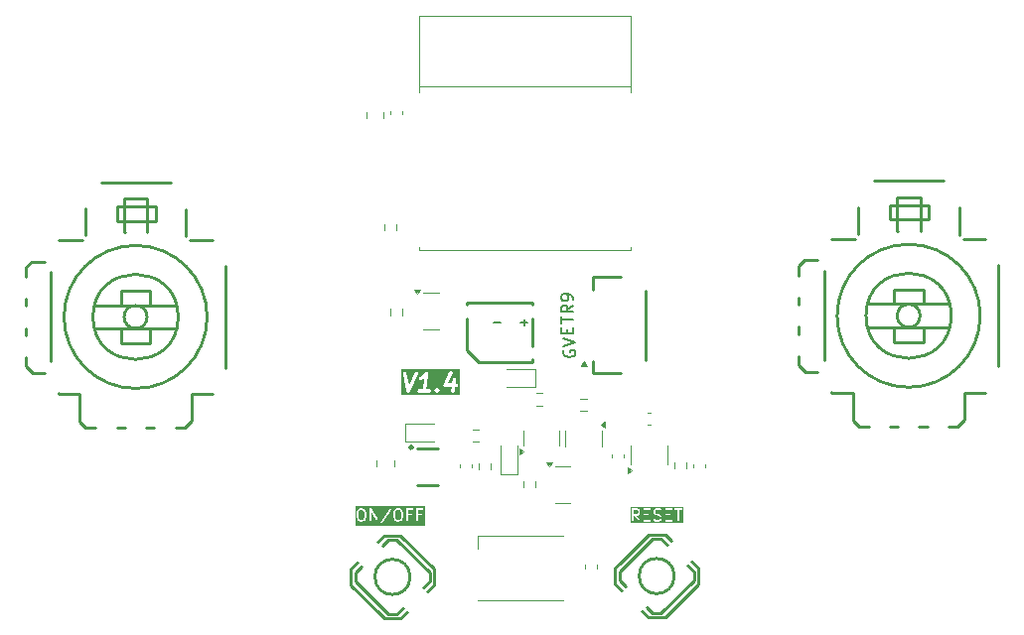
<source format=gbr>
%TF.GenerationSoftware,KiCad,Pcbnew,8.0.2*%
%TF.CreationDate,2024-07-05T22:45:24+08:00*%
%TF.ProjectId,controller,636f6e74-726f-46c6-9c65-722e6b696361,rev?*%
%TF.SameCoordinates,Original*%
%TF.FileFunction,Legend,Top*%
%TF.FilePolarity,Positive*%
%FSLAX46Y46*%
G04 Gerber Fmt 4.6, Leading zero omitted, Abs format (unit mm)*
G04 Created by KiCad (PCBNEW 8.0.2) date 2024-07-05 22:45:24*
%MOMM*%
%LPD*%
G01*
G04 APERTURE LIST*
%ADD10C,0.150000*%
%ADD11C,0.300000*%
%ADD12C,0.187500*%
%ADD13C,0.120000*%
%ADD14C,0.254000*%
G04 APERTURE END LIST*
D10*
X126469819Y-81406077D02*
X126469819Y-80834649D01*
X127469819Y-81120363D02*
X126469819Y-81120363D01*
D11*
G36*
X117807581Y-87517495D02*
G01*
X112802135Y-87517495D01*
X112802135Y-85702184D01*
X112968802Y-85702184D01*
X112971949Y-85731421D01*
X113283601Y-87213647D01*
X113283195Y-87224621D01*
X113289449Y-87241460D01*
X113293239Y-87259482D01*
X113299624Y-87268854D01*
X113303573Y-87279484D01*
X113315950Y-87292815D01*
X113326194Y-87307849D01*
X113335678Y-87314063D01*
X113343396Y-87322375D01*
X113359936Y-87329956D01*
X113375149Y-87339923D01*
X113386288Y-87342034D01*
X113396601Y-87346761D01*
X113414781Y-87347434D01*
X113432652Y-87350822D01*
X113443755Y-87348508D01*
X113455089Y-87348929D01*
X113472141Y-87342595D01*
X113489950Y-87338885D01*
X113499321Y-87332499D01*
X113509952Y-87328551D01*
X113523286Y-87316170D01*
X113538317Y-87305929D01*
X113544529Y-87296446D01*
X113552843Y-87288728D01*
X113567656Y-87263326D01*
X113609523Y-87171564D01*
X114212749Y-87171564D01*
X114212749Y-87230092D01*
X114235147Y-87284164D01*
X114276531Y-87325548D01*
X114330603Y-87347946D01*
X114359867Y-87350828D01*
X114791116Y-87349425D01*
X114799229Y-87350440D01*
X114803057Y-87349387D01*
X115246274Y-87347946D01*
X115300346Y-87325548D01*
X115341730Y-87284164D01*
X115364128Y-87230092D01*
X115364128Y-87171564D01*
X115354704Y-87148813D01*
X115648629Y-87148813D01*
X115648820Y-87149377D01*
X115648785Y-87149974D01*
X115658182Y-87177061D01*
X115667379Y-87204255D01*
X115667840Y-87204900D01*
X115667968Y-87205268D01*
X115668658Y-87206045D01*
X115684481Y-87228176D01*
X115752253Y-87302095D01*
X115761705Y-87314248D01*
X115765235Y-87316255D01*
X115768421Y-87319730D01*
X115768954Y-87319993D01*
X115769351Y-87320440D01*
X115791341Y-87331101D01*
X115812581Y-87343180D01*
X115816943Y-87343725D01*
X115820884Y-87345674D01*
X115821480Y-87345713D01*
X115822015Y-87345973D01*
X115846397Y-87347407D01*
X115870657Y-87350440D01*
X115874894Y-87349274D01*
X115879280Y-87349567D01*
X115879847Y-87349375D01*
X115880440Y-87349410D01*
X115903528Y-87341400D01*
X115927090Y-87334921D01*
X115930556Y-87332224D01*
X115934722Y-87330816D01*
X115935170Y-87330423D01*
X115935734Y-87330228D01*
X115959521Y-87312940D01*
X116053932Y-87225390D01*
X116059125Y-87220847D01*
X116059373Y-87220345D01*
X116059836Y-87219916D01*
X116072397Y-87194007D01*
X116085069Y-87168384D01*
X116085108Y-87167791D01*
X116085370Y-87167252D01*
X116087062Y-87138477D01*
X116088962Y-87109988D01*
X116088771Y-87109425D01*
X116088807Y-87108827D01*
X116079369Y-87081624D01*
X116070212Y-87054546D01*
X116069752Y-87053903D01*
X116069624Y-87053533D01*
X116068928Y-87052750D01*
X116053111Y-87030624D01*
X115985341Y-86956707D01*
X115975886Y-86944550D01*
X115972353Y-86942541D01*
X115969171Y-86939070D01*
X115968635Y-86938805D01*
X115968239Y-86938359D01*
X115946259Y-86927702D01*
X115925010Y-86915619D01*
X115920647Y-86915073D01*
X115916709Y-86913126D01*
X115916111Y-86913086D01*
X115915575Y-86912826D01*
X115891194Y-86911391D01*
X115866934Y-86908359D01*
X115862696Y-86909524D01*
X115858312Y-86909232D01*
X115857744Y-86909423D01*
X115857150Y-86909389D01*
X115834069Y-86917396D01*
X115810501Y-86923877D01*
X115807031Y-86926575D01*
X115802870Y-86927983D01*
X115802421Y-86928375D01*
X115801855Y-86928572D01*
X115778069Y-86945860D01*
X115683692Y-87033379D01*
X115678465Y-87037953D01*
X115678215Y-87038458D01*
X115677755Y-87038885D01*
X115665268Y-87064638D01*
X115652521Y-87090416D01*
X115652481Y-87091012D01*
X115652221Y-87091549D01*
X115650536Y-87120194D01*
X115648629Y-87148813D01*
X115354704Y-87148813D01*
X115341730Y-87117492D01*
X115300346Y-87076108D01*
X115246274Y-87053710D01*
X115217010Y-87050828D01*
X114957932Y-87051670D01*
X114998192Y-86724621D01*
X116417123Y-86724621D01*
X116418106Y-86727267D01*
X116418106Y-86730092D01*
X116428261Y-86754609D01*
X116437501Y-86779484D01*
X116439422Y-86781553D01*
X116440504Y-86784164D01*
X116459268Y-86802928D01*
X116477324Y-86822375D01*
X116479892Y-86823552D01*
X116481888Y-86825548D01*
X116506395Y-86835699D01*
X116530529Y-86846761D01*
X116533351Y-86846865D01*
X116535960Y-86847946D01*
X116565224Y-86850828D01*
X117111679Y-86849183D01*
X117067398Y-87211618D01*
X117082917Y-87268051D01*
X117118848Y-87314248D01*
X117169724Y-87343180D01*
X117227800Y-87350440D01*
X117284233Y-87334921D01*
X117330430Y-87298990D01*
X117359362Y-87248114D01*
X117365852Y-87219433D01*
X117411198Y-86848282D01*
X117523060Y-86847946D01*
X117577132Y-86825548D01*
X117618516Y-86784164D01*
X117640914Y-86730092D01*
X117640914Y-86671564D01*
X117618516Y-86617492D01*
X117577132Y-86576108D01*
X117523060Y-86553710D01*
X117493796Y-86550828D01*
X117447524Y-86550967D01*
X117491622Y-86190038D01*
X117476103Y-86133605D01*
X117440172Y-86087408D01*
X117389296Y-86058476D01*
X117331220Y-86051217D01*
X117274787Y-86066735D01*
X117228590Y-86102666D01*
X117199658Y-86153542D01*
X117193168Y-86182223D01*
X117148005Y-86551868D01*
X116797411Y-86552923D01*
X117202229Y-85664095D01*
X117204397Y-85605607D01*
X117184019Y-85550744D01*
X117144196Y-85507853D01*
X117090991Y-85483467D01*
X117032503Y-85481299D01*
X116977640Y-85501677D01*
X116934749Y-85541500D01*
X116919936Y-85566902D01*
X116442231Y-86615764D01*
X116440504Y-86617492D01*
X116431053Y-86640307D01*
X116419291Y-86666133D01*
X116419186Y-86668955D01*
X116418106Y-86671564D01*
X116418106Y-86698101D01*
X116417123Y-86724621D01*
X114998192Y-86724621D01*
X115120661Y-85729757D01*
X115125452Y-85712903D01*
X115124132Y-85701558D01*
X115125551Y-85690038D01*
X115120772Y-85672662D01*
X115118692Y-85654769D01*
X115113085Y-85644709D01*
X115110032Y-85633605D01*
X115098972Y-85619385D01*
X115090200Y-85603645D01*
X115081168Y-85596495D01*
X115074101Y-85587408D01*
X115058441Y-85578503D01*
X115044311Y-85567316D01*
X115033233Y-85564167D01*
X115023225Y-85558476D01*
X115005346Y-85556241D01*
X114988014Y-85551315D01*
X114976575Y-85552645D01*
X114965149Y-85551217D01*
X114947777Y-85555993D01*
X114929880Y-85558075D01*
X114919819Y-85563681D01*
X114908716Y-85566735D01*
X114894496Y-85577794D01*
X114878756Y-85586567D01*
X114865308Y-85600496D01*
X114862519Y-85602666D01*
X114861522Y-85604417D01*
X114858332Y-85607723D01*
X114706863Y-85802841D01*
X114706641Y-85803003D01*
X114568596Y-85928656D01*
X114404675Y-86008746D01*
X114365286Y-86052035D01*
X114345463Y-86107102D01*
X114348220Y-86165564D01*
X114373142Y-86218521D01*
X114416431Y-86257910D01*
X114471498Y-86277733D01*
X114529960Y-86274976D01*
X114557666Y-86265123D01*
X114705428Y-86192928D01*
X114721450Y-86187370D01*
X114730978Y-86180444D01*
X114734703Y-86178625D01*
X114737085Y-86176006D01*
X114745237Y-86170082D01*
X114769792Y-86147730D01*
X114658396Y-87052644D01*
X114330603Y-87053710D01*
X114276531Y-87076108D01*
X114235147Y-87117492D01*
X114212749Y-87171564D01*
X113609523Y-87171564D01*
X114264729Y-85735523D01*
X114266897Y-85677036D01*
X114246519Y-85622172D01*
X114206696Y-85579282D01*
X114153490Y-85554896D01*
X114095003Y-85552727D01*
X114040140Y-85573105D01*
X113997249Y-85612928D01*
X113982436Y-85638330D01*
X113485192Y-86728159D01*
X113256853Y-85642174D01*
X113223898Y-85593807D01*
X113174943Y-85561733D01*
X113117440Y-85550834D01*
X113060142Y-85562771D01*
X113011775Y-85595726D01*
X112979701Y-85644681D01*
X112968802Y-85702184D01*
X112802135Y-85702184D01*
X112802135Y-85314632D01*
X117807581Y-85314632D01*
X117807581Y-87517495D01*
G37*
D10*
X127469819Y-79415601D02*
X127469819Y-79225125D01*
X127469819Y-79225125D02*
X127422200Y-79129887D01*
X127422200Y-79129887D02*
X127374580Y-79082268D01*
X127374580Y-79082268D02*
X127231723Y-78987030D01*
X127231723Y-78987030D02*
X127041247Y-78939411D01*
X127041247Y-78939411D02*
X126660295Y-78939411D01*
X126660295Y-78939411D02*
X126565057Y-78987030D01*
X126565057Y-78987030D02*
X126517438Y-79034649D01*
X126517438Y-79034649D02*
X126469819Y-79129887D01*
X126469819Y-79129887D02*
X126469819Y-79320363D01*
X126469819Y-79320363D02*
X126517438Y-79415601D01*
X126517438Y-79415601D02*
X126565057Y-79463220D01*
X126565057Y-79463220D02*
X126660295Y-79510839D01*
X126660295Y-79510839D02*
X126898390Y-79510839D01*
X126898390Y-79510839D02*
X126993628Y-79463220D01*
X126993628Y-79463220D02*
X127041247Y-79415601D01*
X127041247Y-79415601D02*
X127088866Y-79320363D01*
X127088866Y-79320363D02*
X127088866Y-79129887D01*
X127088866Y-79129887D02*
X127041247Y-79034649D01*
X127041247Y-79034649D02*
X126993628Y-78987030D01*
X126993628Y-78987030D02*
X126898390Y-78939411D01*
X126717438Y-83739411D02*
X126669819Y-83834649D01*
X126669819Y-83834649D02*
X126669819Y-83977506D01*
X126669819Y-83977506D02*
X126717438Y-84120363D01*
X126717438Y-84120363D02*
X126812676Y-84215601D01*
X126812676Y-84215601D02*
X126907914Y-84263220D01*
X126907914Y-84263220D02*
X127098390Y-84310839D01*
X127098390Y-84310839D02*
X127241247Y-84310839D01*
X127241247Y-84310839D02*
X127431723Y-84263220D01*
X127431723Y-84263220D02*
X127526961Y-84215601D01*
X127526961Y-84215601D02*
X127622200Y-84120363D01*
X127622200Y-84120363D02*
X127669819Y-83977506D01*
X127669819Y-83977506D02*
X127669819Y-83882268D01*
X127669819Y-83882268D02*
X127622200Y-83739411D01*
X127622200Y-83739411D02*
X127574580Y-83691792D01*
X127574580Y-83691792D02*
X127241247Y-83691792D01*
X127241247Y-83691792D02*
X127241247Y-83882268D01*
X126946009Y-82263220D02*
X126946009Y-81929887D01*
X127469819Y-81787030D02*
X127469819Y-82263220D01*
X127469819Y-82263220D02*
X126469819Y-82263220D01*
X126469819Y-82263220D02*
X126469819Y-81787030D01*
X127469819Y-79891792D02*
X126993628Y-80225125D01*
X127469819Y-80463220D02*
X126469819Y-80463220D01*
X126469819Y-80463220D02*
X126469819Y-80082268D01*
X126469819Y-80082268D02*
X126517438Y-79987030D01*
X126517438Y-79987030D02*
X126565057Y-79939411D01*
X126565057Y-79939411D02*
X126660295Y-79891792D01*
X126660295Y-79891792D02*
X126803152Y-79891792D01*
X126803152Y-79891792D02*
X126898390Y-79939411D01*
X126898390Y-79939411D02*
X126946009Y-79987030D01*
X126946009Y-79987030D02*
X126993628Y-80082268D01*
X126993628Y-80082268D02*
X126993628Y-80463220D01*
G36*
X109566358Y-97376770D02*
G01*
X109640150Y-97449152D01*
X109680843Y-97607323D01*
X109682146Y-97922077D01*
X109642032Y-98087325D01*
X109571565Y-98159166D01*
X109502119Y-98194928D01*
X109346950Y-98196018D01*
X109278628Y-98162867D01*
X109204835Y-98090485D01*
X109164142Y-97932313D01*
X109162839Y-97617559D01*
X109202953Y-97452311D01*
X109273421Y-97380470D01*
X109342866Y-97344709D01*
X109498035Y-97343619D01*
X109566358Y-97376770D01*
G37*
G36*
X112709215Y-97376770D02*
G01*
X112783007Y-97449152D01*
X112823700Y-97607323D01*
X112825003Y-97922077D01*
X112784889Y-98087325D01*
X112714422Y-98159166D01*
X112644976Y-98194928D01*
X112489807Y-98196018D01*
X112421485Y-98162867D01*
X112347692Y-98090485D01*
X112306999Y-97932313D01*
X112305696Y-97617559D01*
X112345810Y-97452311D01*
X112416278Y-97380470D01*
X112485723Y-97344709D01*
X112640892Y-97343619D01*
X112709215Y-97376770D01*
G37*
G36*
X114845258Y-98694025D02*
G01*
X108903049Y-98694025D01*
X108903049Y-98507993D01*
X111014160Y-98507993D01*
X111019899Y-98536687D01*
X111036182Y-98561002D01*
X111060531Y-98577235D01*
X111089239Y-98582914D01*
X111117933Y-98577175D01*
X111142248Y-98560892D01*
X111151564Y-98549516D01*
X111781210Y-97603152D01*
X112157017Y-97603152D01*
X112158377Y-97931588D01*
X112157106Y-97940131D01*
X112158450Y-97949223D01*
X112158458Y-97951117D01*
X112158880Y-97952138D01*
X112159256Y-97954675D01*
X112206077Y-98136666D01*
X112206077Y-98141592D01*
X112209421Y-98149667D01*
X112211822Y-98158997D01*
X112215141Y-98163476D01*
X112217275Y-98168628D01*
X112226603Y-98179994D01*
X112322370Y-98273932D01*
X112328890Y-98281450D01*
X112332083Y-98283460D01*
X112333206Y-98284561D01*
X112335038Y-98285319D01*
X112341333Y-98289282D01*
X112427222Y-98330957D01*
X112428444Y-98332179D01*
X112437303Y-98335848D01*
X112450302Y-98342156D01*
X112452991Y-98342347D01*
X112455480Y-98343378D01*
X112470112Y-98344819D01*
X112649199Y-98343560D01*
X112651207Y-98344230D01*
X112661879Y-98343471D01*
X112675220Y-98343378D01*
X112677709Y-98342346D01*
X112680397Y-98342156D01*
X112694129Y-98336901D01*
X112788683Y-98288209D01*
X112797494Y-98284560D01*
X112800396Y-98282177D01*
X112801810Y-98281450D01*
X112803109Y-98279951D01*
X112808859Y-98275233D01*
X112897454Y-98184909D01*
X112901456Y-98182509D01*
X112906541Y-98175645D01*
X112913425Y-98168628D01*
X112915558Y-98163476D01*
X112918878Y-98158997D01*
X112923825Y-98145151D01*
X112969065Y-97958785D01*
X112972242Y-97951117D01*
X112973139Y-97942002D01*
X112973594Y-97940131D01*
X112973431Y-97939038D01*
X112973683Y-97936485D01*
X112972322Y-97608048D01*
X112973594Y-97599506D01*
X112972249Y-97590413D01*
X112972242Y-97588520D01*
X112971819Y-97587498D01*
X112971444Y-97584962D01*
X112924623Y-97402970D01*
X112924623Y-97398045D01*
X112921277Y-97389968D01*
X112918878Y-97380640D01*
X112915559Y-97376161D01*
X112913425Y-97371008D01*
X112904097Y-97359643D01*
X112812522Y-97269819D01*
X113252255Y-97269819D01*
X113253696Y-98284451D01*
X113264895Y-98311487D01*
X113285587Y-98332179D01*
X113312623Y-98343378D01*
X113341887Y-98343378D01*
X113368923Y-98332179D01*
X113389615Y-98311487D01*
X113400814Y-98284451D01*
X113402255Y-98269819D01*
X113401617Y-97820701D01*
X113675220Y-97819568D01*
X113702256Y-97808369D01*
X113722948Y-97787677D01*
X113734147Y-97760641D01*
X113734147Y-97731377D01*
X113722948Y-97704341D01*
X113702256Y-97683649D01*
X113675220Y-97672450D01*
X113660588Y-97671009D01*
X113401406Y-97672082D01*
X113400940Y-97344602D01*
X113818077Y-97343378D01*
X113845113Y-97332179D01*
X113865805Y-97311487D01*
X113877004Y-97284451D01*
X113877004Y-97269819D01*
X114109398Y-97269819D01*
X114110839Y-98284451D01*
X114122038Y-98311487D01*
X114142730Y-98332179D01*
X114169766Y-98343378D01*
X114199030Y-98343378D01*
X114226066Y-98332179D01*
X114246758Y-98311487D01*
X114257957Y-98284451D01*
X114259398Y-98269819D01*
X114258760Y-97820701D01*
X114532363Y-97819568D01*
X114559399Y-97808369D01*
X114580091Y-97787677D01*
X114591290Y-97760641D01*
X114591290Y-97731377D01*
X114580091Y-97704341D01*
X114559399Y-97683649D01*
X114532363Y-97672450D01*
X114517731Y-97671009D01*
X114258549Y-97672082D01*
X114258083Y-97344602D01*
X114675220Y-97343378D01*
X114702256Y-97332179D01*
X114722948Y-97311487D01*
X114734147Y-97284451D01*
X114734147Y-97255187D01*
X114722948Y-97228151D01*
X114702256Y-97207459D01*
X114675220Y-97196260D01*
X114660588Y-97194819D01*
X114169766Y-97196260D01*
X114142730Y-97207459D01*
X114122038Y-97228151D01*
X114110839Y-97255187D01*
X114109398Y-97269819D01*
X113877004Y-97269819D01*
X113877004Y-97255187D01*
X113865805Y-97228151D01*
X113845113Y-97207459D01*
X113818077Y-97196260D01*
X113803445Y-97194819D01*
X113312623Y-97196260D01*
X113285587Y-97207459D01*
X113264895Y-97228151D01*
X113253696Y-97255187D01*
X113252255Y-97269819D01*
X112812522Y-97269819D01*
X112808334Y-97265711D01*
X112801810Y-97258188D01*
X112798613Y-97256175D01*
X112797494Y-97255078D01*
X112795666Y-97254320D01*
X112789367Y-97250356D01*
X112703478Y-97208681D01*
X112702256Y-97207459D01*
X112693390Y-97203786D01*
X112680397Y-97197482D01*
X112677709Y-97197291D01*
X112675220Y-97196260D01*
X112660588Y-97194819D01*
X112481499Y-97196077D01*
X112479492Y-97195408D01*
X112468819Y-97196166D01*
X112455480Y-97196260D01*
X112452991Y-97197290D01*
X112450302Y-97197482D01*
X112436571Y-97202737D01*
X112342021Y-97251425D01*
X112333206Y-97255077D01*
X112330300Y-97257461D01*
X112328890Y-97258188D01*
X112327591Y-97259684D01*
X112321841Y-97264405D01*
X112233245Y-97354726D01*
X112229244Y-97357128D01*
X112224157Y-97363991D01*
X112217276Y-97371008D01*
X112215142Y-97376158D01*
X112211822Y-97380640D01*
X112206875Y-97394486D01*
X112161634Y-97580851D01*
X112158458Y-97588520D01*
X112157560Y-97597634D01*
X112157106Y-97599506D01*
X112157268Y-97600598D01*
X112157017Y-97603152D01*
X111781210Y-97603152D01*
X112015623Y-97250828D01*
X112021302Y-97222121D01*
X112015563Y-97193426D01*
X111999280Y-97169111D01*
X111974931Y-97152878D01*
X111946223Y-97147200D01*
X111917529Y-97152939D01*
X111893214Y-97169222D01*
X111883898Y-97180597D01*
X111019839Y-98479285D01*
X111014160Y-98507993D01*
X108903049Y-98507993D01*
X108903049Y-97603152D01*
X109014160Y-97603152D01*
X109015520Y-97931588D01*
X109014249Y-97940131D01*
X109015593Y-97949223D01*
X109015601Y-97951117D01*
X109016023Y-97952138D01*
X109016399Y-97954675D01*
X109063220Y-98136666D01*
X109063220Y-98141592D01*
X109066564Y-98149667D01*
X109068965Y-98158997D01*
X109072284Y-98163476D01*
X109074418Y-98168628D01*
X109083746Y-98179994D01*
X109179513Y-98273932D01*
X109186033Y-98281450D01*
X109189226Y-98283460D01*
X109190349Y-98284561D01*
X109192181Y-98285319D01*
X109198476Y-98289282D01*
X109284365Y-98330957D01*
X109285587Y-98332179D01*
X109294446Y-98335848D01*
X109307445Y-98342156D01*
X109310134Y-98342347D01*
X109312623Y-98343378D01*
X109327255Y-98344819D01*
X109506342Y-98343560D01*
X109508350Y-98344230D01*
X109519022Y-98343471D01*
X109532363Y-98343378D01*
X109534852Y-98342346D01*
X109537540Y-98342156D01*
X109551272Y-98336901D01*
X109645826Y-98288209D01*
X109654637Y-98284560D01*
X109657539Y-98282177D01*
X109658953Y-98281450D01*
X109660252Y-98279951D01*
X109666002Y-98275233D01*
X109754597Y-98184909D01*
X109758599Y-98182509D01*
X109763684Y-98175645D01*
X109770568Y-98168628D01*
X109772701Y-98163476D01*
X109776021Y-98158997D01*
X109780968Y-98145151D01*
X109826208Y-97958785D01*
X109829385Y-97951117D01*
X109830282Y-97942002D01*
X109830737Y-97940131D01*
X109830574Y-97939038D01*
X109830826Y-97936485D01*
X109829465Y-97608048D01*
X109830737Y-97599506D01*
X109829392Y-97590413D01*
X109829385Y-97588520D01*
X109828962Y-97587498D01*
X109828587Y-97584962D01*
X109781766Y-97402970D01*
X109781766Y-97398045D01*
X109778420Y-97389968D01*
X109776021Y-97380640D01*
X109772702Y-97376161D01*
X109770568Y-97371008D01*
X109761240Y-97359643D01*
X109669665Y-97269819D01*
X110109398Y-97269819D01*
X110110839Y-98284451D01*
X110122038Y-98311487D01*
X110142730Y-98332179D01*
X110169766Y-98343378D01*
X110199030Y-98343378D01*
X110226066Y-98332179D01*
X110246758Y-98311487D01*
X110257957Y-98284451D01*
X110259398Y-98269819D01*
X110258375Y-97549749D01*
X110689722Y-98302448D01*
X110693466Y-98311487D01*
X110696828Y-98314849D01*
X110699218Y-98319019D01*
X110707106Y-98325127D01*
X110714158Y-98332179D01*
X110718576Y-98334009D01*
X110722356Y-98336936D01*
X110731977Y-98339560D01*
X110741194Y-98343378D01*
X110745975Y-98343378D01*
X110750587Y-98344636D01*
X110760484Y-98343378D01*
X110770458Y-98343378D01*
X110774873Y-98341548D01*
X110779617Y-98340946D01*
X110788281Y-98335995D01*
X110797494Y-98332179D01*
X110800872Y-98328800D01*
X110805026Y-98326427D01*
X110811135Y-98318537D01*
X110818186Y-98311487D01*
X110820015Y-98307070D01*
X110822943Y-98303290D01*
X110825567Y-98293666D01*
X110829385Y-98284451D01*
X110830121Y-98276968D01*
X110830643Y-98275058D01*
X110830455Y-98273582D01*
X110830826Y-98269819D01*
X110829385Y-97255187D01*
X110818186Y-97228151D01*
X110797494Y-97207459D01*
X110770458Y-97196260D01*
X110741194Y-97196260D01*
X110714158Y-97207459D01*
X110693466Y-97228151D01*
X110682267Y-97255187D01*
X110680826Y-97269819D01*
X110681848Y-97989888D01*
X110250501Y-97237189D01*
X110246758Y-97228151D01*
X110243395Y-97224788D01*
X110241006Y-97220619D01*
X110233116Y-97214509D01*
X110226066Y-97207459D01*
X110221649Y-97205629D01*
X110217869Y-97202702D01*
X110208245Y-97200077D01*
X110199030Y-97196260D01*
X110194249Y-97196260D01*
X110189637Y-97195002D01*
X110179740Y-97196260D01*
X110169766Y-97196260D01*
X110165350Y-97198089D01*
X110160607Y-97198692D01*
X110151942Y-97203642D01*
X110142730Y-97207459D01*
X110139351Y-97210837D01*
X110135198Y-97213211D01*
X110129088Y-97221100D01*
X110122038Y-97228151D01*
X110120208Y-97232567D01*
X110117281Y-97236348D01*
X110114656Y-97245971D01*
X110110839Y-97255187D01*
X110110102Y-97262669D01*
X110109581Y-97264580D01*
X110109768Y-97266055D01*
X110109398Y-97269819D01*
X109669665Y-97269819D01*
X109665477Y-97265711D01*
X109658953Y-97258188D01*
X109655756Y-97256175D01*
X109654637Y-97255078D01*
X109652809Y-97254320D01*
X109646510Y-97250356D01*
X109560621Y-97208681D01*
X109559399Y-97207459D01*
X109550533Y-97203786D01*
X109537540Y-97197482D01*
X109534852Y-97197291D01*
X109532363Y-97196260D01*
X109517731Y-97194819D01*
X109338642Y-97196077D01*
X109336635Y-97195408D01*
X109325962Y-97196166D01*
X109312623Y-97196260D01*
X109310134Y-97197290D01*
X109307445Y-97197482D01*
X109293714Y-97202737D01*
X109199164Y-97251425D01*
X109190349Y-97255077D01*
X109187443Y-97257461D01*
X109186033Y-97258188D01*
X109184734Y-97259684D01*
X109178984Y-97264405D01*
X109090388Y-97354726D01*
X109086387Y-97357128D01*
X109081300Y-97363991D01*
X109074419Y-97371008D01*
X109072285Y-97376158D01*
X109068965Y-97380640D01*
X109064018Y-97394486D01*
X109018777Y-97580851D01*
X109015601Y-97588520D01*
X109014703Y-97597634D01*
X109014249Y-97599506D01*
X109014411Y-97600598D01*
X109014160Y-97603152D01*
X108903049Y-97603152D01*
X108903049Y-97036089D01*
X114845258Y-97036089D01*
X114845258Y-98694025D01*
G37*
G36*
X132966565Y-97376871D02*
G01*
X132997892Y-97407115D01*
X133033350Y-97475972D01*
X133034335Y-97583604D01*
X133001155Y-97651985D01*
X132970910Y-97683313D01*
X132902222Y-97718684D01*
X132776071Y-97719144D01*
X132773249Y-97718646D01*
X132770915Y-97719162D01*
X132610997Y-97719745D01*
X132610464Y-97344550D01*
X132897798Y-97343503D01*
X132966565Y-97376871D01*
G37*
G36*
X136911925Y-98455930D02*
G01*
X132350668Y-98455930D01*
X132350668Y-97269819D01*
X132461779Y-97269819D01*
X132463220Y-98284451D01*
X132474419Y-98311487D01*
X132495111Y-98332179D01*
X132522147Y-98343378D01*
X132551411Y-98343378D01*
X132578447Y-98332179D01*
X132599139Y-98311487D01*
X132610338Y-98284451D01*
X132611779Y-98269819D01*
X132611208Y-97868356D01*
X132735431Y-97867904D01*
X133056336Y-98323989D01*
X133081015Y-98339716D01*
X133109832Y-98344802D01*
X133138403Y-98338472D01*
X133162377Y-98321690D01*
X133178104Y-98297012D01*
X133183189Y-98268194D01*
X133176860Y-98239623D01*
X133169650Y-98226810D01*
X132916793Y-97867439D01*
X132919691Y-97867233D01*
X132932363Y-97867187D01*
X132934852Y-97866155D01*
X132937540Y-97865965D01*
X132951272Y-97860710D01*
X133045828Y-97812017D01*
X133054637Y-97808369D01*
X133057539Y-97805986D01*
X133058953Y-97805259D01*
X133060252Y-97803760D01*
X133066002Y-97799042D01*
X133113343Y-97750006D01*
X133119838Y-97744374D01*
X133121817Y-97741228D01*
X133122948Y-97740058D01*
X133123705Y-97738230D01*
X133127670Y-97731931D01*
X133169345Y-97646041D01*
X133170567Y-97644820D01*
X133174236Y-97635960D01*
X133180544Y-97622962D01*
X133180735Y-97620272D01*
X133181766Y-97617784D01*
X133183207Y-97603152D01*
X133182002Y-97471521D01*
X133182618Y-97469675D01*
X133181892Y-97459460D01*
X133181766Y-97445663D01*
X133180735Y-97443174D01*
X133180544Y-97440485D01*
X133175289Y-97426754D01*
X133126597Y-97332199D01*
X133122948Y-97323389D01*
X133120565Y-97320486D01*
X133119838Y-97319073D01*
X133118339Y-97317773D01*
X133113621Y-97312024D01*
X133069906Y-97269819D01*
X133461779Y-97269819D01*
X133463220Y-98284451D01*
X133474419Y-98311487D01*
X133495111Y-98332179D01*
X133522147Y-98343378D01*
X133536779Y-98344819D01*
X134027601Y-98343378D01*
X134054637Y-98332179D01*
X134075329Y-98311487D01*
X134086528Y-98284451D01*
X134086528Y-98255187D01*
X134075329Y-98228151D01*
X134054637Y-98207459D01*
X134027601Y-98196260D01*
X134012969Y-98194819D01*
X133611674Y-98195997D01*
X133611141Y-97820701D01*
X133884744Y-97819568D01*
X133911780Y-97808369D01*
X133932472Y-97787677D01*
X133943671Y-97760641D01*
X133943671Y-97731377D01*
X133932472Y-97704341D01*
X133911780Y-97683649D01*
X133884744Y-97672450D01*
X133870112Y-97671009D01*
X133610930Y-97672082D01*
X133610629Y-97460295D01*
X134318922Y-97460295D01*
X134320027Y-97544601D01*
X134319511Y-97546152D01*
X134320169Y-97555421D01*
X134320363Y-97570165D01*
X134321394Y-97572654D01*
X134321585Y-97575342D01*
X134326840Y-97589074D01*
X134375532Y-97683630D01*
X134379181Y-97692439D01*
X134381563Y-97695341D01*
X134382291Y-97696755D01*
X134383789Y-97698054D01*
X134388508Y-97703804D01*
X134437543Y-97751145D01*
X134443176Y-97757640D01*
X134446321Y-97759619D01*
X134447492Y-97760750D01*
X134449319Y-97761507D01*
X134455619Y-97765472D01*
X134546851Y-97809740D01*
X134552362Y-97813823D01*
X134563377Y-97817758D01*
X134564588Y-97818346D01*
X134565128Y-97818384D01*
X134566208Y-97818770D01*
X134743691Y-97861854D01*
X134823708Y-97900680D01*
X134855035Y-97930924D01*
X134890557Y-97999905D01*
X134891346Y-98060066D01*
X134858298Y-98128175D01*
X134828052Y-98159504D01*
X134759302Y-98194907D01*
X134552521Y-98196086D01*
X134403302Y-98147789D01*
X134374112Y-98149864D01*
X134347939Y-98162950D01*
X134328765Y-98185057D01*
X134319511Y-98212820D01*
X134321586Y-98242010D01*
X134334672Y-98268183D01*
X134356779Y-98287357D01*
X134370205Y-98293351D01*
X134512786Y-98339500D01*
X134522147Y-98343378D01*
X134525910Y-98343748D01*
X134527398Y-98344230D01*
X134529372Y-98344089D01*
X134536779Y-98344819D01*
X134763383Y-98343526D01*
X134765493Y-98344230D01*
X134776435Y-98343452D01*
X134789506Y-98343378D01*
X134791995Y-98342346D01*
X134794683Y-98342156D01*
X134808415Y-98336901D01*
X134902969Y-98288209D01*
X134911780Y-98284560D01*
X134914682Y-98282177D01*
X134916096Y-98281450D01*
X134917396Y-98279950D01*
X134923146Y-98275232D01*
X134970487Y-98226195D01*
X134976981Y-98220564D01*
X134978960Y-98217418D01*
X134980092Y-98216247D01*
X134980849Y-98214417D01*
X134984813Y-98208121D01*
X135026488Y-98122231D01*
X135027710Y-98121010D01*
X135031379Y-98112150D01*
X135037687Y-98099152D01*
X135037878Y-98096462D01*
X135038909Y-98093974D01*
X135040350Y-98079342D01*
X135039244Y-97995034D01*
X135039761Y-97993484D01*
X135039102Y-97984213D01*
X135038909Y-97969472D01*
X135037878Y-97966983D01*
X135037687Y-97964294D01*
X135032432Y-97950563D01*
X134983740Y-97856008D01*
X134980091Y-97847198D01*
X134977708Y-97844295D01*
X134976981Y-97842882D01*
X134975482Y-97841582D01*
X134970764Y-97835833D01*
X134921728Y-97788491D01*
X134916096Y-97781997D01*
X134912950Y-97780017D01*
X134911780Y-97778887D01*
X134909952Y-97778129D01*
X134903653Y-97774165D01*
X134812421Y-97729898D01*
X134806910Y-97725814D01*
X134795890Y-97721876D01*
X134794683Y-97721291D01*
X134794143Y-97721252D01*
X134793064Y-97720867D01*
X134615580Y-97677782D01*
X134535564Y-97638957D01*
X134504236Y-97608712D01*
X134468714Y-97539731D01*
X134467925Y-97479570D01*
X134500974Y-97411460D01*
X134531218Y-97380133D01*
X134599969Y-97344730D01*
X134806750Y-97343551D01*
X134955969Y-97391849D01*
X134985159Y-97389774D01*
X135011333Y-97376688D01*
X135030507Y-97354580D01*
X135039761Y-97326818D01*
X135037686Y-97297628D01*
X135024599Y-97271455D01*
X135022713Y-97269819D01*
X135318922Y-97269819D01*
X135320363Y-98284451D01*
X135331562Y-98311487D01*
X135352254Y-98332179D01*
X135379290Y-98343378D01*
X135393922Y-98344819D01*
X135884744Y-98343378D01*
X135911780Y-98332179D01*
X135932472Y-98311487D01*
X135943671Y-98284451D01*
X135943671Y-98255187D01*
X135932472Y-98228151D01*
X135911780Y-98207459D01*
X135884744Y-98196260D01*
X135870112Y-98194819D01*
X135468817Y-98195997D01*
X135468284Y-97820701D01*
X135741887Y-97819568D01*
X135768923Y-97808369D01*
X135789615Y-97787677D01*
X135800814Y-97760641D01*
X135800814Y-97731377D01*
X135789615Y-97704341D01*
X135768923Y-97683649D01*
X135741887Y-97672450D01*
X135727255Y-97671009D01*
X135468073Y-97672082D01*
X135467607Y-97344602D01*
X135884744Y-97343378D01*
X135911780Y-97332179D01*
X135932472Y-97311487D01*
X135943671Y-97284451D01*
X135943671Y-97255187D01*
X136082268Y-97255187D01*
X136082268Y-97284451D01*
X136093467Y-97311487D01*
X136114159Y-97332179D01*
X136141195Y-97343378D01*
X136155827Y-97344819D01*
X136366646Y-97344300D01*
X136367982Y-98284451D01*
X136379181Y-98311487D01*
X136399873Y-98332179D01*
X136426909Y-98343378D01*
X136456173Y-98343378D01*
X136483209Y-98332179D01*
X136503901Y-98311487D01*
X136515100Y-98284451D01*
X136516541Y-98269819D01*
X136515226Y-97343935D01*
X136741887Y-97343378D01*
X136768923Y-97332179D01*
X136789615Y-97311487D01*
X136800814Y-97284451D01*
X136800814Y-97255187D01*
X136789615Y-97228151D01*
X136768923Y-97207459D01*
X136741887Y-97196260D01*
X136727255Y-97194819D01*
X136141195Y-97196260D01*
X136114159Y-97207459D01*
X136093467Y-97228151D01*
X136082268Y-97255187D01*
X135943671Y-97255187D01*
X135932472Y-97228151D01*
X135911780Y-97207459D01*
X135884744Y-97196260D01*
X135870112Y-97194819D01*
X135379290Y-97196260D01*
X135352254Y-97207459D01*
X135331562Y-97228151D01*
X135320363Y-97255187D01*
X135318922Y-97269819D01*
X135022713Y-97269819D01*
X135002492Y-97252281D01*
X134989067Y-97246287D01*
X134846488Y-97200138D01*
X134837125Y-97196260D01*
X134833359Y-97195889D01*
X134831873Y-97195408D01*
X134829898Y-97195548D01*
X134822493Y-97194819D01*
X134595887Y-97196111D01*
X134593778Y-97195408D01*
X134582835Y-97196185D01*
X134569766Y-97196260D01*
X134567277Y-97197290D01*
X134564588Y-97197482D01*
X134550857Y-97202737D01*
X134456302Y-97251428D01*
X134447492Y-97255078D01*
X134444589Y-97257460D01*
X134443176Y-97258188D01*
X134441876Y-97259686D01*
X134436127Y-97264405D01*
X134388785Y-97313440D01*
X134382291Y-97319073D01*
X134380311Y-97322218D01*
X134379181Y-97323389D01*
X134378423Y-97325216D01*
X134374459Y-97331516D01*
X134332784Y-97417404D01*
X134331562Y-97418627D01*
X134327889Y-97427492D01*
X134321585Y-97440486D01*
X134321394Y-97443173D01*
X134320363Y-97445663D01*
X134318922Y-97460295D01*
X133610629Y-97460295D01*
X133610464Y-97344602D01*
X134027601Y-97343378D01*
X134054637Y-97332179D01*
X134075329Y-97311487D01*
X134086528Y-97284451D01*
X134086528Y-97255187D01*
X134075329Y-97228151D01*
X134054637Y-97207459D01*
X134027601Y-97196260D01*
X134012969Y-97194819D01*
X133522147Y-97196260D01*
X133495111Y-97207459D01*
X133474419Y-97228151D01*
X133463220Y-97255187D01*
X133461779Y-97269819D01*
X133069906Y-97269819D01*
X133064585Y-97264682D01*
X133058953Y-97258188D01*
X133055807Y-97256208D01*
X133054637Y-97255078D01*
X133052809Y-97254320D01*
X133046510Y-97250356D01*
X132960621Y-97208681D01*
X132959399Y-97207459D01*
X132950533Y-97203786D01*
X132937540Y-97197482D01*
X132934852Y-97197291D01*
X132932363Y-97196260D01*
X132917731Y-97194819D01*
X132522147Y-97196260D01*
X132495111Y-97207459D01*
X132474419Y-97228151D01*
X132463220Y-97255187D01*
X132461779Y-97269819D01*
X132350668Y-97269819D01*
X132350668Y-97083708D01*
X136911925Y-97083708D01*
X136911925Y-98455930D01*
G37*
X126669819Y-83406077D02*
X127669819Y-83072744D01*
X127669819Y-83072744D02*
X126669819Y-82739411D01*
D12*
X123025926Y-81354500D02*
X123597355Y-81354500D01*
X123311640Y-81640214D02*
X123311640Y-81068785D01*
X120739926Y-81354500D02*
X121311355Y-81354500D01*
D13*
%TO.C,D3*%
X119350000Y-99550000D02*
X119350000Y-100700000D01*
X126650000Y-99550000D02*
X119350000Y-99550000D01*
X126650000Y-105050000D02*
X119350000Y-105050000D01*
%TO.C,Q3*%
X115357500Y-78840000D02*
X114707500Y-78840000D01*
X115357500Y-78840000D02*
X116007500Y-78840000D01*
X115357500Y-81960000D02*
X114707500Y-81960000D01*
X115357500Y-81960000D02*
X116007500Y-81960000D01*
X114195000Y-78890000D02*
X113955000Y-78560000D01*
X114435000Y-78560000D01*
X114195000Y-78890000D01*
G36*
X114195000Y-78890000D02*
G01*
X113955000Y-78560000D01*
X114435000Y-78560000D01*
X114195000Y-78890000D01*
G37*
%TO.C,C4*%
X117802500Y-93721267D02*
X117802500Y-93428733D01*
X118822500Y-93721267D02*
X118822500Y-93428733D01*
%TO.C,J3*%
X128680000Y-85061000D02*
X128172000Y-85061000D01*
X128426000Y-84680000D01*
X128680000Y-85061000D01*
G36*
X128680000Y-85061000D02*
G01*
X128172000Y-85061000D01*
X128426000Y-84680000D01*
X128680000Y-85061000D01*
G37*
D14*
X133650000Y-84569000D02*
X133650000Y-78631000D01*
X129188000Y-85700000D02*
X131569000Y-85700000D01*
X129188000Y-84631000D02*
X129188000Y-85700000D01*
X129188000Y-78569000D02*
X129188000Y-77500000D01*
X129188000Y-77500000D02*
X131569000Y-77500000D01*
D13*
%TO.C,U3*%
X132402500Y-92662500D02*
X132402500Y-91862500D01*
X132402500Y-92662500D02*
X132402500Y-93462500D01*
X135522500Y-92662500D02*
X135522500Y-91862500D01*
X135522500Y-92662500D02*
X135522500Y-93462500D01*
X132452500Y-93962500D02*
X132122500Y-94202500D01*
X132122500Y-93722500D01*
X132452500Y-93962500D01*
G36*
X132452500Y-93962500D02*
G01*
X132122500Y-94202500D01*
X132122500Y-93722500D01*
X132452500Y-93962500D01*
G37*
%TO.C,R11*%
X111877500Y-80729724D02*
X111877500Y-80220276D01*
X112922500Y-80729724D02*
X112922500Y-80220276D01*
%TO.C,Q2*%
X126802500Y-91262500D02*
X126802500Y-90612500D01*
X126802500Y-91262500D02*
X126802500Y-91912500D01*
X129922500Y-91262500D02*
X129922500Y-90612500D01*
X129922500Y-91262500D02*
X129922500Y-91912500D01*
X130202500Y-90340000D02*
X129872500Y-90100000D01*
X130202500Y-89860000D01*
X130202500Y-90340000D01*
G36*
X130202500Y-90340000D02*
G01*
X129872500Y-90100000D01*
X130202500Y-89860000D01*
X130202500Y-90340000D01*
G37*
%TO.C,C7*%
X130752500Y-92908767D02*
X130752500Y-92616233D01*
X131772500Y-92908767D02*
X131772500Y-92616233D01*
D14*
%TO.C,SW1*%
X131063052Y-102294307D02*
X131417312Y-101940047D01*
X131065173Y-103707814D02*
X131063052Y-102294307D01*
X131140834Y-103783474D02*
X131608231Y-104250872D01*
X131417312Y-101940047D02*
X133894307Y-99463052D01*
X131418019Y-102646447D02*
X134246447Y-99818019D01*
X131418019Y-103353553D02*
X131418019Y-102646447D01*
X131418019Y-103353553D02*
X131961785Y-103897319D01*
X133349128Y-105991769D02*
X133894307Y-106536948D01*
X133702681Y-105638215D02*
X134246447Y-106181981D01*
X133894307Y-99463052D02*
X135307814Y-99465173D01*
X134246447Y-99818019D02*
X134953553Y-99818019D01*
X134953553Y-99818019D02*
X135497319Y-100361785D01*
X134953553Y-106181981D02*
X134246447Y-106181981D01*
X135307814Y-106534827D02*
X133894307Y-106536948D01*
X135850872Y-100008231D02*
X135307814Y-99465173D01*
X137238215Y-102102681D02*
X137781981Y-102646447D01*
X137781981Y-102646447D02*
X137781981Y-103353553D01*
X137781981Y-103353553D02*
X134953553Y-106181981D01*
X138136948Y-102294307D02*
X137591769Y-101749128D01*
X138136948Y-102294307D02*
X138136948Y-103705693D01*
X138136948Y-103705693D02*
X135307814Y-106534827D01*
X136104828Y-103000000D02*
G75*
G02*
X133100828Y-103000000I-1502000J0D01*
G01*
X133100828Y-103000000D02*
G75*
G02*
X136104828Y-103000000I1502000J0D01*
G01*
%TO.C,SW2*%
X91158000Y-80892000D02*
G75*
G02*
X89204000Y-80892000I-977000J0D01*
G01*
X89204000Y-80892000D02*
G75*
G02*
X91158000Y-80892000I977000J0D01*
G01*
X96281000Y-80892000D02*
G75*
G02*
X84081000Y-80892000I-6100000J0D01*
G01*
X84081000Y-80892000D02*
G75*
G02*
X96281000Y-80892000I6100000J0D01*
G01*
X93813000Y-80890000D02*
G75*
G02*
X86545000Y-80890000I-3634000J0D01*
G01*
X86545000Y-80890000D02*
G75*
G02*
X93813000Y-80890000I3634000J0D01*
G01*
X97828000Y-85228000D02*
X97828000Y-76555000D01*
X96728000Y-87461000D02*
X94928000Y-87461000D01*
X96728000Y-74361000D02*
X94806000Y-74361000D01*
X94928000Y-89761000D02*
X94378000Y-90311000D01*
X94928000Y-87461000D02*
X94928000Y-89761000D01*
X94478000Y-74021000D02*
X94478000Y-71679000D01*
X94378000Y-90311000D02*
X93577000Y-90311000D01*
X93680000Y-81892000D02*
X86680000Y-81892000D01*
X93680000Y-79891000D02*
X86680000Y-79892000D01*
X93144000Y-69392000D02*
X87255000Y-69392000D01*
X91880000Y-72692000D02*
X88580000Y-72692000D01*
X91880000Y-71492000D02*
X91880000Y-72692000D01*
X91784000Y-90311000D02*
X91077000Y-90311000D01*
X91433000Y-78644000D02*
X91433000Y-79894000D01*
X91430000Y-83142000D02*
X88930000Y-83142000D01*
X91430000Y-81892000D02*
X91430000Y-83142000D01*
X91181000Y-73691000D02*
X91181000Y-70793000D01*
X91181000Y-70793000D02*
X89180000Y-70793000D01*
X89284000Y-90311000D02*
X88577000Y-90311000D01*
X89180000Y-73691000D02*
X89281000Y-73691000D01*
X89180000Y-70793000D02*
X89180000Y-73691000D01*
X88933000Y-79894000D02*
X88933000Y-78644000D01*
X88933000Y-78644000D02*
X91433000Y-78644000D01*
X88930000Y-83142000D02*
X88930000Y-81892000D01*
X88580000Y-72692000D02*
X88580000Y-71492000D01*
X88580000Y-71492000D02*
X91880000Y-71492000D01*
X86784000Y-90311000D02*
X85928000Y-90311000D01*
X85928000Y-90311000D02*
X85428000Y-89811000D01*
X85878000Y-73911000D02*
X85878000Y-71647000D01*
X85428000Y-89811000D02*
X85428000Y-87461000D01*
X85428000Y-87461000D02*
X83628000Y-87461000D01*
X83628000Y-87461000D02*
X83628000Y-87355000D01*
X83628000Y-74311000D02*
X85628000Y-74311000D01*
X82980000Y-84697000D02*
X82980000Y-77086000D01*
X82972000Y-84705000D02*
X82980000Y-84697000D01*
X82972000Y-77078000D02*
X82980000Y-77086000D01*
X82392000Y-85661000D02*
X81378000Y-85661000D01*
X81378000Y-85661000D02*
X80828000Y-85111000D01*
X81328000Y-76161000D02*
X82399000Y-76161000D01*
X80828000Y-85111000D02*
X80828000Y-84336000D01*
X80828000Y-82448000D02*
X80828000Y-81836000D01*
X80828000Y-79948000D02*
X80828000Y-79336000D01*
X80828000Y-77448000D02*
X80828000Y-76661000D01*
X80828000Y-76661000D02*
X81328000Y-76161000D01*
D13*
%TO.C,R1*%
X136090000Y-93842224D02*
X136090000Y-93332776D01*
X137135000Y-93842224D02*
X137135000Y-93332776D01*
%TO.C,R10*%
X124357776Y-87402500D02*
X124867224Y-87402500D01*
X124357776Y-88447500D02*
X124867224Y-88447500D01*
%TO.C,R3*%
X119390000Y-93879724D02*
X119390000Y-93370276D01*
X120435000Y-93879724D02*
X120435000Y-93370276D01*
%TO.C,R8*%
X123227500Y-95429724D02*
X123227500Y-94920276D01*
X124272500Y-95429724D02*
X124272500Y-94920276D01*
%TO.C,D2*%
X121277500Y-91825000D02*
X121277500Y-94285000D01*
X121277500Y-94285000D02*
X122747500Y-94285000D01*
X122747500Y-94285000D02*
X122747500Y-91825000D01*
%TO.C,C2*%
X109865000Y-63401248D02*
X109865000Y-63923752D01*
X111335000Y-63401248D02*
X111335000Y-63923752D01*
%TO.C,C1*%
X137702500Y-93733767D02*
X137702500Y-93441233D01*
X138722500Y-93733767D02*
X138722500Y-93441233D01*
%TO.C,D5*%
X121812500Y-86835000D02*
X124272500Y-86835000D01*
X124272500Y-85365000D02*
X121812500Y-85365000D01*
X124272500Y-86835000D02*
X124272500Y-85365000D01*
%TO.C,R4*%
X119467224Y-90502500D02*
X118957776Y-90502500D01*
X119467224Y-91547500D02*
X118957776Y-91547500D01*
D14*
%TO.C,SW5*%
X108541732Y-103784373D02*
X108543853Y-102370866D01*
X108896699Y-102725127D02*
X109440465Y-102181361D01*
X108896699Y-103432233D02*
X108896699Y-102725127D01*
X109086911Y-101827808D02*
X108543853Y-102370866D01*
X111018727Y-106261368D02*
X108541732Y-103784373D01*
X111181361Y-100440465D02*
X111725127Y-99896699D01*
X111372987Y-99541732D02*
X110827808Y-100086911D01*
X111372987Y-99541732D02*
X112784373Y-99541732D01*
X111372987Y-106615628D02*
X111018727Y-106261368D01*
X111725127Y-99896699D02*
X112432233Y-99896699D01*
X111725127Y-106260661D02*
X108896699Y-103432233D01*
X112432233Y-99896699D02*
X115260661Y-102725127D01*
X112432233Y-106260661D02*
X111725127Y-106260661D01*
X112432233Y-106260661D02*
X112975999Y-105716895D01*
X112784373Y-99541732D02*
X115613507Y-102370866D01*
X112786494Y-106613507D02*
X111372987Y-106615628D01*
X112862154Y-106537846D02*
X113329552Y-106070449D01*
X114716895Y-103975999D02*
X115260661Y-103432233D01*
X115070449Y-104329552D02*
X115615628Y-103784373D01*
X115260661Y-102725127D02*
X115260661Y-103432233D01*
X115613507Y-102370866D02*
X115615628Y-103784373D01*
X113580680Y-103075852D02*
G75*
G02*
X110576680Y-103075852I-1502000J0D01*
G01*
X110576680Y-103075852D02*
G75*
G02*
X113580680Y-103075852I1502000J0D01*
G01*
D13*
%TO.C,D4*%
X123202500Y-91212500D02*
X123202500Y-90562500D01*
X123202500Y-91212500D02*
X123202500Y-91862500D01*
X126322500Y-91212500D02*
X126322500Y-90562500D01*
X126322500Y-91212500D02*
X126322500Y-91862500D01*
X123252500Y-92375000D02*
X122922500Y-92615000D01*
X122922500Y-92135000D01*
X123252500Y-92375000D01*
G36*
X123252500Y-92375000D02*
G01*
X122922500Y-92615000D01*
X122922500Y-92135000D01*
X123252500Y-92375000D01*
G37*
%TO.C,D1*%
X113127500Y-90040000D02*
X113127500Y-91510000D01*
X113127500Y-91510000D02*
X115587500Y-91510000D01*
X115587500Y-90040000D02*
X113127500Y-90040000D01*
%TO.C,Q1*%
X126612500Y-93615000D02*
X125962500Y-93615000D01*
X126612500Y-93615000D02*
X127262500Y-93615000D01*
X126612500Y-96735000D02*
X125962500Y-96735000D01*
X126612500Y-96735000D02*
X127262500Y-96735000D01*
X125450000Y-93665000D02*
X125210000Y-93335000D01*
X125690000Y-93335000D01*
X125450000Y-93665000D01*
G36*
X125450000Y-93665000D02*
G01*
X125210000Y-93335000D01*
X125690000Y-93335000D01*
X125450000Y-93665000D01*
G37*
%TO.C,U4*%
X114350000Y-55200000D02*
X114350000Y-61700000D01*
X114350000Y-55200000D02*
X132350000Y-55200000D01*
X114350000Y-75200000D02*
X114350000Y-74950000D01*
X132350000Y-55200000D02*
X132350000Y-61700000D01*
X132350000Y-61200000D02*
X114400000Y-61200000D01*
X132350000Y-74950000D02*
X132350000Y-75200000D01*
X132350000Y-75200000D02*
X114350000Y-75200000D01*
%TO.C,C11*%
X128490000Y-102053733D02*
X128490000Y-102346267D01*
X129510000Y-102053733D02*
X129510000Y-102346267D01*
%TO.C,C5*%
X110727500Y-93636252D02*
X110727500Y-93113748D01*
X112197500Y-93636252D02*
X112197500Y-93113748D01*
D14*
%TO.C,SW3*%
X157058000Y-80792000D02*
G75*
G02*
X155104000Y-80792000I-977000J0D01*
G01*
X155104000Y-80792000D02*
G75*
G02*
X157058000Y-80792000I977000J0D01*
G01*
X162181000Y-80792000D02*
G75*
G02*
X149981000Y-80792000I-6100000J0D01*
G01*
X149981000Y-80792000D02*
G75*
G02*
X162181000Y-80792000I6100000J0D01*
G01*
X159713000Y-80790000D02*
G75*
G02*
X152445000Y-80790000I-3634000J0D01*
G01*
X152445000Y-80790000D02*
G75*
G02*
X159713000Y-80790000I3634000J0D01*
G01*
X163728000Y-85128000D02*
X163728000Y-76455000D01*
X162628000Y-87361000D02*
X160828000Y-87361000D01*
X162628000Y-74261000D02*
X160706000Y-74261000D01*
X160828000Y-89661000D02*
X160278000Y-90211000D01*
X160828000Y-87361000D02*
X160828000Y-89661000D01*
X160378000Y-73921000D02*
X160378000Y-71579000D01*
X160278000Y-90211000D02*
X159477000Y-90211000D01*
X159580000Y-81792000D02*
X152580000Y-81792000D01*
X159580000Y-79791000D02*
X152580000Y-79792000D01*
X159044000Y-69292000D02*
X153155000Y-69292000D01*
X157780000Y-72592000D02*
X154480000Y-72592000D01*
X157780000Y-71392000D02*
X157780000Y-72592000D01*
X157684000Y-90211000D02*
X156977000Y-90211000D01*
X157333000Y-78544000D02*
X157333000Y-79794000D01*
X157330000Y-83042000D02*
X154830000Y-83042000D01*
X157330000Y-81792000D02*
X157330000Y-83042000D01*
X157081000Y-73591000D02*
X157081000Y-70693000D01*
X157081000Y-70693000D02*
X155080000Y-70693000D01*
X155184000Y-90211000D02*
X154477000Y-90211000D01*
X155080000Y-73591000D02*
X155181000Y-73591000D01*
X155080000Y-70693000D02*
X155080000Y-73591000D01*
X154833000Y-79794000D02*
X154833000Y-78544000D01*
X154833000Y-78544000D02*
X157333000Y-78544000D01*
X154830000Y-83042000D02*
X154830000Y-81792000D01*
X154480000Y-72592000D02*
X154480000Y-71392000D01*
X154480000Y-71392000D02*
X157780000Y-71392000D01*
X152684000Y-90211000D02*
X151828000Y-90211000D01*
X151828000Y-90211000D02*
X151328000Y-89711000D01*
X151778000Y-73811000D02*
X151778000Y-71547000D01*
X151328000Y-89711000D02*
X151328000Y-87361000D01*
X151328000Y-87361000D02*
X149528000Y-87361000D01*
X149528000Y-87361000D02*
X149528000Y-87255000D01*
X149528000Y-74211000D02*
X151528000Y-74211000D01*
X148880000Y-84597000D02*
X148880000Y-76986000D01*
X148872000Y-84605000D02*
X148880000Y-84597000D01*
X148872000Y-76978000D02*
X148880000Y-76986000D01*
X148292000Y-85561000D02*
X147278000Y-85561000D01*
X147278000Y-85561000D02*
X146728000Y-85011000D01*
X147228000Y-76061000D02*
X148299000Y-76061000D01*
X146728000Y-85011000D02*
X146728000Y-84236000D01*
X146728000Y-82348000D02*
X146728000Y-81736000D01*
X146728000Y-79848000D02*
X146728000Y-79236000D01*
X146728000Y-77348000D02*
X146728000Y-76561000D01*
X146728000Y-76561000D02*
X147228000Y-76061000D01*
D13*
%TO.C,R2*%
X111377500Y-72945276D02*
X111377500Y-73454724D01*
X112422500Y-72945276D02*
X112422500Y-73454724D01*
D14*
%TO.C,U1*%
X115962500Y-92125000D02*
X114162500Y-92125000D01*
X115962500Y-95225000D02*
X114162500Y-95225000D01*
X113792500Y-92024000D02*
G75*
G02*
X113538500Y-92024000I-127000J0D01*
G01*
X113538500Y-92024000D02*
G75*
G02*
X113792500Y-92024000I127000J0D01*
G01*
D13*
%TO.C,R9*%
X128107776Y-87877500D02*
X128617224Y-87877500D01*
X128107776Y-88922500D02*
X128617224Y-88922500D01*
%TO.C,C9*%
X133816233Y-89052500D02*
X134108767Y-89052500D01*
X133816233Y-90072500D02*
X134108767Y-90072500D01*
D14*
%TO.C,BUZZER2*%
X118406000Y-83724000D02*
X118406000Y-81031000D01*
X118407000Y-79660000D02*
X123994000Y-79660000D01*
X118407000Y-79868000D02*
X118407000Y-79660000D01*
X119422000Y-84740000D02*
X118406000Y-83724000D01*
X123994000Y-79660000D02*
X123994000Y-79869000D01*
X123994000Y-81031000D02*
X123994000Y-83369000D01*
X123994000Y-84531000D02*
X123994000Y-84740000D01*
X123994000Y-84740000D02*
X119422000Y-84740000D01*
D13*
%TO.C,C3*%
X111890000Y-63316233D02*
X111890000Y-63608767D01*
X112910000Y-63316233D02*
X112910000Y-63608767D01*
%TD*%
M02*

</source>
